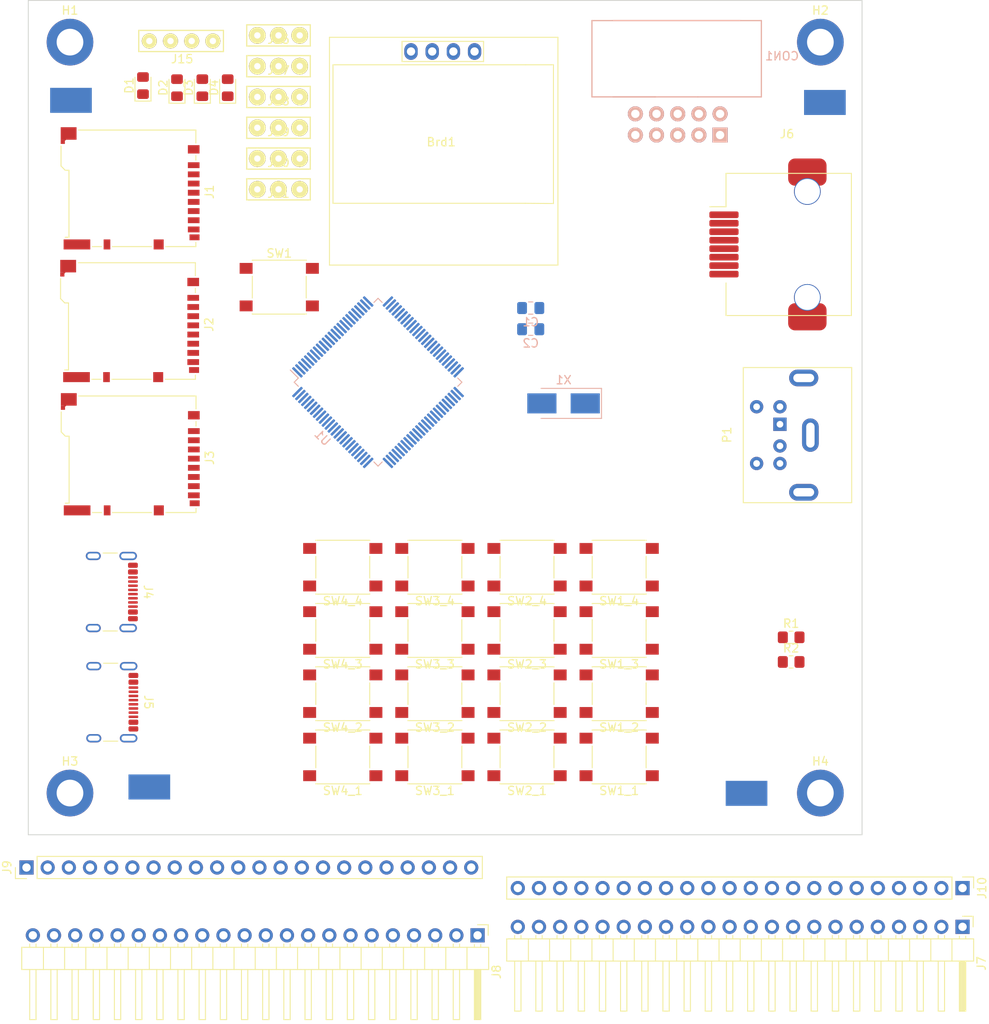
<source format=kicad_pcb>
(kicad_pcb (version 20240108) (generator "pcbnew") (generator_version "8.0")
  (layers (0 "F.Cu" signal) (31 "B.Cu" signal) (34 "B.Paste" user) (35 "F.Paste" user) (36 "B.SilkS" user "B.Silkscreen") (37 "F.SilkS" user "F.Silkscreen") (38 "B.Mask" user) (39 "F.Mask" user) (44 "Edge.Cuts" user))
  (net 0 "")
  (net 10 "Net-(U1-VSS-Pad10)")
  (net 12 "Net-(U1-PH0)")
  (net 13 "Net-(U1-PH1)")
  (net 96 "GND")
  (net 166 "Net-(J4-GND-PadA1)")
  (net 167 "Net-(J4-VBUS-PadA4)")
  (net 177 "Net-(J5-VBUS-PadA4)")
  (net 300 "Net-(D1-K)")
  (net 301 "Net-(D1-A)")
  (net 308 "/+3,3V")
  (net 309 "Net-(U1-NRST)")
  (footprint "password_manager_foots:RJ45_6339160-1_TE_Connectivity" (layer "F.Cu") (at 145.328 79.248)
    (property "Reference" "J6" (at -4.33 -13.24 0) (layer "F.SilkS"))
    (property "Value" "RJ45_Shielded")
    (pad "" np_thru_hole circle (at -1.89 -6.35) (size 3.2 3.2) (drill 3) (layers "F&B.Cu" "*.Mask"))
    (pad "" np_thru_hole circle (at -1.89 6.35) (size 3.2 3.2) (drill 3) (layers "F&B.Cu" "*.Mask"))
    (pad "1" smd roundrect (at -11.89 -3.556) (size 3.5 0.8) (layers "F.Cu" "F.Paste" "F.Mask"))
    (pad "2" smd roundrect (at -11.89 -2.54) (size 3.5 0.8) (layers "F.Cu" "F.Paste" "F.Mask"))
    (pad "3" smd roundrect (at -11.89 -1.524) (size 3.5 0.8) (layers "F.Cu" "F.Paste" "F.Mask"))
    (pad "4" smd roundrect (at -11.89 -0.508) (size 3.5 0.8) (layers "F.Cu" "F.Paste" "F.Mask"))
    (pad "5" smd roundrect (at -11.89 0.508) (size 3.5 0.8) (layers "F.Cu" "F.Paste" "F.Mask"))
    (pad "6" smd roundrect (at -11.89 1.524) (size 3.5 0.8) (layers "F.Cu" "F.Paste" "F.Mask"))
    (pad "7" smd roundrect (at -11.89 2.54) (size 3.5 0.8) (layers "F.Cu" "F.Paste" "F.Mask"))
    (pad "8" smd roundrect (at -11.89 3.556) (size 3.5 0.8) (layers "F.Cu" "F.Paste" "F.Mask"))
    (pad "SH" smd roundrect (at -1.89 -8.67) (size 4.6 3.26) (layers "F.Cu" "F.Paste" "F.Mask"))
    (pad "SH" smd roundrect (at -1.89 8.67) (size 4.6 3.26) (layers "F.Cu" "F.Paste" "F.Mask"))
  )
  (footprint "Connector_Card:microSD_HC_Hirose_DM3BT-DSF-PEJS" (layer "F.Cu") (at 62.155 88.422 -90)
    (property "Reference" "J2" (at 0.425 -9.525 90) (layer "F.SilkS"))
    (property "Value" "Micro_SD_Card_Det2")
    (pad "1" smd rect (at -2.775 -7.625 270) (size 0.7 1.4) (layers "F.Cu" "F.Paste" "F.Mask"))
    (pad "2" smd rect (at -1.675 -7.625 270) (size 0.7 1.4) (layers "F.Cu" "F.Paste" "F.Mask"))
    (pad "3" smd rect (at -0.575 -7.625 270) (size 0.7 1.4) (layers "F.Cu" "F.Paste" "F.Mask"))
    (pad "4" smd rect (at 0.525 -7.625 270) (size 0.7 1.4) (layers "F.Cu" "F.Paste" "F.Mask"))
    (pad "5" smd rect (at 1.625 -7.625 270) (size 0.7 1.4) (layers "F.Cu" "F.Paste" "F.Mask"))
    (pad "6" smd rect (at 2.725 -7.625 270) (size 0.7 1.4) (layers "F.Cu" "F.Paste" "F.Mask"))
    (pad "7" smd rect (at 3.825 -7.625 270) (size 0.7 1.4) (layers "F.Cu" "F.Paste" "F.Mask"))
    (pad "8" smd rect (at 4.925 -7.625 270) (size 0.7 1.4) (layers "F.Cu" "F.Paste" "F.Mask"))
    (pad "9" smd rect (at 5.875 -7.725 270) (size 0.7 1.2) (layers "F.Cu" "F.Paste" "F.Mask"))
    (pad "10" smd rect (at 6.725 2.775 270) (size 1.2 0.8) (layers "F.Cu" "F.Paste" "F.Mask"))
    (pad "11" smd rect (at -6.575 7.375 270) (size 1.5 1.9) (layers "F.Cu" "F.Paste" "F.Mask"))
    (pad "11" smd rect (at -5.825 7.825 315) (size 0.2 0.2) (layers "F.Cu" "F.Paste" "F.Mask"))
    (pad "11" smd rect (at -5.575 8.075 270) (size 0.5 0.5) (layers "F.Cu" "F.Paste" "F.Mask"))
    (pad "11" smd rect (at -4.675 -7.625 270) (size 1 1.4) (layers "F.Cu" "F.Paste" "F.Mask"))
    (pad "11" smd rect (at 6.725 -3.425 270) (size 1.2 1.2) (layers "F.Cu" "F.Paste" "F.Mask"))
    (pad "11" smd rect (at 6.725 6.375 270) (size 1.2 3.2) (layers "F.Cu" "F.Paste" "F.Mask"))
  )
  (footprint "Button_Switch_SMD:SW_Push_1P1T_NO_6x6mm_H9.5mm" (layer "F.Cu") (at 98.767 133.092 180)
    (property "Reference" "SW3_2" (at 0 -4.05 0) (layer "F.SilkS"))
    (property "Value" "SW_1")
    (pad "1" smd rect (at -3.975 -2.25 180) (size 1.55 1.3) (layers "F.Cu" "F.Paste" "F.Mask"))
    (pad "1" smd rect (at 3.975 -2.25 180) (size 1.55 1.3) (layers "F.Cu" "F.Paste" "F.Mask"))
    (pad "2" smd rect (at -3.975 2.25 180) (size 1.55 1.3) (layers "F.Cu" "F.Paste" "F.Mask"))
    (pad "2" smd rect (at 3.975 2.25 180) (size 1.55 1.3) (layers "F.Cu" "F.Paste" "F.Mask"))
  )
  (footprint "foots:128x64OLED" (layer "F.Cu") (at 99.522 66.722)
    (property "Reference" "Brd1" (at 0 0.254 0) (layer "F.SilkS"))
    (property "Value" "SSD1306")
    (pad "1" thru_hole oval (at -3.62 -10.6 90) (size 2 1.6) (drill 1) (layers "*.Cu" "*.Mask"))
    (pad "2" thru_hole oval (at -1.08 -10.6 90) (size 2 1.6) (drill 1) (layers "*.Cu" "*.Mask"))
    (pad "3" thru_hole oval (at 1.46 -10.6 90) (size 2 1.6) (drill 1) (layers "*.Cu" "*.Mask"))
    (pad "4" thru_hole oval (at 4 -10.6 90) (size 2 1.6) (drill 1) (layers "*.Cu" "*.Mask"))
  )
  (footprint "Button_Switch_SMD:SW_Push_1P1T_NO_6x6mm_H9.5mm" (layer "F.Cu") (at 109.817 125.512 180)
    (property "Reference" "SW2_3" (at 0 -4.05 0) (layer "F.SilkS"))
    (property "Value" "SW_1")
    (pad "1" smd rect (at -3.975 -2.25 180) (size 1.55 1.3) (layers "F.Cu" "F.Paste" "F.Mask"))
    (pad "1" smd rect (at 3.975 -2.25 180) (size 1.55 1.3) (layers "F.Cu" "F.Paste" "F.Mask"))
    (pad "2" smd rect (at -3.975 2.25 180) (size 1.55 1.3) (layers "F.Cu" "F.Paste" "F.Mask"))
    (pad "2" smd rect (at 3.975 2.25 180) (size 1.55 1.3) (layers "F.Cu" "F.Paste" "F.Mask"))
  )
  (footprint "Button_Switch_SMD:SW_Push_1P1T_NO_6x6mm_H9.5mm" (layer "F.Cu") (at 120.867 117.932 180)
    (property "Reference" "SW1_4" (at 0 -4.05 0) (layer "F.SilkS"))
    (property "Value" "SW_4")
    (pad "1" smd rect (at -3.975 -2.25 180) (size 1.55 1.3) (layers "F.Cu" "F.Paste" "F.Mask"))
    (pad "1" smd rect (at 3.975 -2.25 180) (size 1.55 1.3) (layers "F.Cu" "F.Paste" "F.Mask"))
    (pad "2" smd rect (at -3.975 2.25 180) (size 1.55 1.3) (layers "F.Cu" "F.Paste" "F.Mask"))
    (pad "2" smd rect (at 3.975 2.25 180) (size 1.55 1.3) (layers "F.Cu" "F.Paste" "F.Mask"))
  )
  (footprint "Connector_USB:USB_C_Receptacle_GCT_USB4105-xx-A_16P_TopMnt_Horizontal" (layer "F.Cu") (at 58.871 120.904 -90)
    (property "Reference" "J4" (at 0 -5.5 -90) (layer "F.SilkS"))
    (property "Value" "USB_C_Receptacle_USB2.0")
    (pad "" np_thru_hole circle (at -2.89 -2.605 270) (size 0.65 0.65) (drill 0.65) (layers "F&B.Cu" "*.Mask"))
    (pad "" np_thru_hole circle (at 2.89 -2.605 270) (size 0.65 0.65) (drill 0.65) (layers "F&B.Cu" "*.Mask"))
    (pad "A1" smd roundrect (at -3.2 -3.68 270) (size 0.6 1.15) (layers "F.Cu" "F.Paste" "F.Mask") (net 166 "Net-(J4-GND-PadA1)"))
    (pad "A4" smd roundrect (at -2.4 -3.68 270) (size 0.6 1.15) (layers "F.Cu" "F.Paste" "F.Mask") (net 167 "Net-(J4-VBUS-PadA4)"))
    (pad "A5" smd roundrect (at -1.25 -3.68 270) (size 0.3 1.15) (layers "F.Cu" "F.Paste" "F.Mask"))
    (pad "A6" smd roundrect (at -0.25 -3.68 270) (size 0.3 1.15) (layers "F.Cu" "F.Paste" "F.Mask"))
    (pad "A7" smd roundrect (at 0.25 -3.68 270) (size 0.3 1.15) (layers "F.Cu" "F.Paste" "F.Mask"))
    (pad "A8" smd roundrect (at 1.25 -3.68 270) (size 0.3 1.15) (layers "F.Cu" "F.Paste" "F.Mask"))
    (pad "A9" smd roundrect (at 2.4 -3.68 270) (size 0.6 1.15) (layers "F.Cu" "F.Paste" "F.Mask") (net 167 "Net-(J4-VBUS-PadA4)"))
    (pad "A12" smd roundrect (at 3.2 -3.68 270) (size 0.6 1.15) (layers "F.Cu" "F.Paste" "F.Mask") (net 166 "Net-(J4-GND-PadA1)"))
    (pad "B1" smd roundrect (at 3.2 -3.68 270) (size 0.6 1.15) (layers "F.Cu" "F.Paste" "F.Mask") (net 166 "Net-(J4-GND-PadA1)"))
    (pad "B4" smd roundrect (at 2.4 -3.68 270) (size 0.6 1.15) (layers "F.Cu" "F.Paste" "F.Mask") (net 167 "Net-(J4-VBUS-PadA4)"))
    (pad "B5" smd roundrect (at 1.75 -3.68 270) (size 0.3 1.15) (layers "F.Cu" "F.Paste" "F.Mask"))
    (pad "B6" smd roundrect (at 0.75 -3.68 270) (size 0.3 1.15) (layers "F.Cu" "F.Paste" "F.Mask"))
    (pad "B7" smd roundrect (at -0.75 -3.68 270) (size 0.3 1.15) (layers "F.Cu" "F.Paste" "F.Mask"))
    (pad "B8" smd roundrect (at -1.75 -3.68 270) (size 0.3 1.15) (layers "F.Cu" "F.Paste" "F.Mask"))
    (pad "B9" smd roundrect (at -2.4 -3.68 270) (size 0.6 1.15) (layers "F.Cu" "F.Paste" "F.Mask") (net 167 "Net-(J4-VBUS-PadA4)"))
    (pad "B12" smd roundrect (at -3.2 -3.68 270) (size 0.6 1.15) (layers "F.Cu" "F.Paste" "F.Mask") (net 166 "Net-(J4-GND-PadA1)"))
    (pad "S1" thru_hole oval (at -4.32 -3.105 270) (size 1 2.1) (drill oval 0.6 1.7) (layers "*.Cu" "*.Mask" "F.Paste"))
    (pad "S1" thru_hole oval (at -4.32 1.075 270) (size 1 1.8) (drill oval 0.6 1.4) (layers "*.Cu" "*.Mask" "F.Paste"))
    (pad "S1" thru_hole oval (at 4.32 -3.105 270) (size 1 2.1) (drill oval 0.6 1.7) (layers "*.Cu" "*.Mask" "F.Paste"))
    (pad "S1" thru_hole oval (at 4.32 1.075 270) (size 1 1.8) (drill oval 0.6 1.4) (layers "*.Cu" "*.Mask" "F.Paste"))
  )
  (footprint "MountingHole:MountingHole_3.2mm_M3_DIN965_Pad_TopBottom" (layer "F.Cu") (at 145 145)
    (property "Reference" "H4" (at 0 -3.8 0) (layer "F.SilkS"))
    (property "Value" "otwór")
    (pad "1" thru_hole circle (at 0 0) (size 3.6 3.6) (drill 3.2) (layers "*.Cu" "*.Mask") (net 96 "GND"))
    (pad "1" connect circle (at 0 0) (size 5.6 5.6) (layers "F.Cu" "F.Mask") (net 96 "GND"))
    (pad "1" connect circle (at 0 0) (size 5.6 5.6) (layers "B.Cu" "B.Mask") (net 96 "GND"))
  )
  (footprint "foots:3_PIN" (layer "F.Cu") (at 80.01 65.264)
    (property "Reference" "J19" (at 0 0.5 0) (layer "F.SilkS"))
    (property "Value" "test_pin")
    (pad "1" thru_hole circle (at -2.54 0) (size 2 2) (drill 0.762) (layers "*.Cu" "*.Mask" "F.SilkS"))
    (pad "2" thru_hole circle (at 0 0) (size 2 2) (drill 0.762) (layers "*.Cu" "*.Mask" "F.SilkS"))
    (pad "3" thru_hole circle (at 2.54 0) (size 2 2) (drill 0.762) (layers "*.Cu" "*.Mask" "F.SilkS"))
  )
  (footprint "Resistor_SMD:R_0805_2012Metric_Pad1.20x1.40mm_HandSolder" (layer "F.Cu") (at 141.494 129.286)
    (property "Reference" "R2" (at 0 -1.65 0) (layer "F.SilkS"))
    (property "Value" "10K")
    (pad "1" smd roundrect (at -1 0) (size 1.2 1.4) (layers "F.Cu" "F.Paste" "F.Mask") (roundrect_rratio 0.208333) (net 308 "/+3,3V"))
    (pad "2" smd roundrect (at 1 0) (size 1.2 1.4) (layers "F.Cu" "F.Paste" "F.Mask") (roundrect_rratio 0.208333) (net 309 "Net-(U1-NRST)"))
  )
  (footprint "Connector_USB:USB_C_Receptacle_GCT_USB4105-xx-A_16P_TopMnt_Horizontal" (layer "F.Cu") (at 58.928 134.112 -90)
    (property "Reference" "J5" (at 0 -5.5 -90) (layer "F.SilkS"))
    (property "Value" "zasilanie")
    (pad "" np_thru_hole circle (at -2.89 -2.605 270) (size 0.65 0.65) (drill 0.65) (layers "F&B.Cu" "*.Mask"))
    (pad "" np_thru_hole circle (at 2.89 -2.605 270) (size 0.65 0.65) (drill 0.65) (layers "F&B.Cu" "*.Mask"))
    (pad "A1" smd roundrect (at -3.2 -3.68 270) (size 0.6 1.15) (layers "F.Cu" "F.Paste" "F.Mask") (net 96 "GND"))
    (pad "A4" smd roundrect (at -2.4 -3.68 270) (size 0.6 1.15) (layers "F.Cu" "F.Paste" "F.Mask") (net 177 "Net-(J5-VBUS-PadA4)"))
    (pad "A5" smd roundrect (at -1.25 -3.68 270) (size 0.3 1.15) (layers "F.Cu" "F.Paste" "F.Mask"))
    (pad "A6" smd roundrect (at -0.25 -3.68 270) (size 0.3 1.15) (layers "F.Cu" "F.Paste" "F.Mask"))
    (pad "A7" smd roundrect (at 0.25 -3.68 270) (size 0.3 1.15) (layers "F.Cu" "F.Paste" "F.Mask"))
    (pad "A8" smd roundrect (at 1.25 -3.68 270) (size 0.3 1.15) (layers "F.Cu" "F.Paste" "F.Mask"))
    (pad "A9" smd roundrect (at 2.4 -3.68 270) (size 0.6 1.15) (layers "F.Cu" "F.Paste" "F.Mask") (net 177 "Net-(J5-VBUS-PadA4)"))
    (pad "A12" smd roundrect (at 3.2 -3.68 270) (size 0.6 1.15) (layers "F.Cu" "F.Paste" "F.Mask") (net 96 "GND"))
    (pad "B1" smd roundrect (at 3.2 -3.68 270) (size 0.6 1.15) (layers "F.Cu" "F.Paste" "F.Mask") (net 96 "GND"))
    (pad "B4" smd roundrect (at 2.4 -3.68 270) (size 0.6 1.15) (layers "F.Cu" "F.Paste" "F.Mask") (net 177 "Net-(J5-VBUS-PadA4)"))
    (pad "B5" smd roundrect (at 1.75 -3.68 270) (size 0.3 1.15) (layers "F.Cu" "F.Paste" "F.Mask"))
    (pad "B6" smd roundrect (at 0.75 -3.68 270) (size 0.3 1.15) (layers "F.Cu" "F.Paste" "F.Mask"))
    (pad "B7" smd roundrect (at -0.75 -3.68 270) (size 0.3 1.15) (layers "F.Cu" "F.Paste" "F.Mask"))
    (pad "B8" smd roundrect (at -1.75 -3.68 270) (size 0.3 1.15) (layers "F.Cu" "F.Paste" "F.Mask"))
    (pad "B9" smd roundrect (at -2.4 -3.68 270) (size 0.6 1.15) (layers "F.Cu" "F.Paste" "F.Mask") (net 177 "Net-(J5-VBUS-PadA4)"))
    (pad "B12" smd roundrect (at -3.2 -3.68 270) (size 0.6 1.15) (layers "F.Cu" "F.Paste" "F.Mask") (net 96 "GND"))
    (pad "S1" thru_hole oval (at -4.32 -3.105 270) (size 1 2.1) (drill oval 0.6 1.7) (layers "*.Cu" "*.Mask" "F.Paste") (net 96 "GND"))
    (pad "S1" thru_hole oval (at -4.32 1.075 270) (size 1 1.8) (drill oval 0.6 1.4) (layers "*.Cu" "*.Mask" "F.Paste") (net 96 "GND"))
    (pad "S1" thru_hole oval (at 4.32 -3.105 270) (size 1 2.1) (drill oval 0.6 1.7) (layers "*.Cu" "*.Mask" "F.Paste") (net 96 "GND"))
    (pad "S1" thru_hole oval (at 4.32 1.075 270) (size 1 1.8) (drill oval 0.6 1.4) (layers "*.Cu" "*.Mask" "F.Paste") (net 96 "GND"))
  )
  (footprint "Button_Switch_SMD:SW_Push_1P1T_NO_6x6mm_H9.5mm" (layer "F.Cu") (at 120.867 133.092 180)
    (property "Reference" "SW1_2" (at 0 -4.05 0) (layer "F.SilkS"))
    (property "Value" "SW_2")
    (pad "1" smd rect (at -3.975 -2.25 180) (size 1.55 1.3) (layers "F.Cu" "F.Paste" "F.Mask"))
    (pad "1" smd rect (at 3.975 -2.25 180) (size 1.55 1.3) (layers "F.Cu" "F.Paste" "F.Mask"))
    (pad "2" smd rect (at -3.975 2.25 180) (size 1.55 1.3) (layers "F.Cu" "F.Paste" "F.Mask"))
    (pad "2" smd rect (at 3.975 2.25 180) (size 1.55 1.3) (layers "F.Cu" "F.Paste" "F.Mask"))
  )
  (footprint "Connector_PinHeader_2.54mm:PinHeader_1x22_P2.54mm_Horizontal" (layer "F.Cu") (at 162.052 161.036 -90)
    (property "Reference" "J7" (at 4.385 -2.27 90) (layer "F.SilkS"))
    (property "Value" "Conn_01x22_Pin")
    (pad "1" thru_hole rect (at 0 0 270) (size 1.7 1.7) (drill 1) (layers "*.Cu" "*.Mask"))
    (pad "2" thru_hole oval (at 0 2.54 270) (size 1.7 1.7) (drill 1) (layers "*.Cu" "*.Mask"))
    (pad "3" thru_hole oval (at 0 5.08 270) (size 1.7 1.7) (drill 1) (layers "*.Cu" "*.Mask"))
    (pad "4" thru_hole oval (at 0 7.62 270) (size 1.7 1.7) (drill 1) (layers "*.Cu" "*.Mask"))
    (pad "5" thru_hole oval (at 0 10.16 270) (size 1.7 1.7) (drill 1) (layers "*.Cu" "*.Mask"))
    (pad "6" thru_hole oval (at 0 12.7 270) (size 1.7 1.7) (drill 1) (layers "*.Cu" "*.Mask"))
    (pad "7" thru_hole oval (at 0 15.24 270) (size 1.7 1.7) (drill 1) (layers "*.Cu" "*.Mask"))
    (pad "8" thru_hole oval (at 0 17.78 270) (size 1.7 1.7) (drill 1) (layers "*.Cu" "*.Mask"))
    (pad "9" thru_hole oval (at 0 20.32 270) (size 1.7 1.7) (drill 1) (layers "*.Cu" "*.Mask"))
    (pad "10" thru_hole oval (at 0 22.86 270) (size 1.7 1.7) (drill 1) (layers "*.Cu" "*.Mask"))
    (pad "11" thru_hole oval (at 0 25.4 270) (size 1.7 1.7) (drill 1) (layers "*.Cu" "*.Mask"))
    (pad "12" thru_hole oval (at 0 27.94 270) (size 1.7 1.7) (drill 1) (layers "*.Cu" "*.Mask"))
    (pad "13" thru_hole oval (at 0 30.48 270) (size 1.7 1.7) (drill 1) (layers "*.Cu" "*.Mask"))
    (pad "14" thru_hole oval (at 0 33.02 270) (size 1.7 1.7) (drill 1) (layers "*.Cu" "*.Mask"))
    (pad "15" thru_hole oval (at 0 35.56 270) (size 1.7 1.7) (drill 1) (layers "*.Cu" "*.Mask"))
    (pad "16" thru_hole oval (at 0 38.1 270) (size 1.7 1.7) (drill 1) (layers "*.Cu" "*.Mask"))
    (pad "17" thru_hole oval (at 0 40.64 270) (size 1.7 1.7) (drill 1) (layers "*.Cu" "*.Mask"))
    (pad "18" thru_hole oval (at 0 43.18 270) (size 1.7 1.7) (drill 1) (layers "*.Cu" "*.Mask"))
    (pad "19" thru_hole oval (at 0 45.72 270) (size 1.7 1.7) (drill 1) (layers "*.Cu" "*.Mask"))
    (pad "20" thru_hole oval (at 0 48.26 270) (size 1.7 1.7) (drill 1) (layers "*.Cu" "*.Mask"))
    (pad "21" thru_hole oval (at 0 50.8 270) (size 1.7 1.7) (drill 1) (layers "*.Cu" "*.Mask"))
    (pad "22" thru_hole oval (at 0 53.34 270) (size 1.7 1.7) (drill 1) (layers "*.Cu" "*.Mask"))
  )
  (footprint "Diode_SMD:D_0805_2012Metric_Pad1.15x1.40mm_HandSolder" (layer "F.Cu") (at 63.754 60.206999 90)
    (property "Reference" "D1" (at 0 -1.65 90) (layer "F.SilkS"))
    (property "Value" "LED_Small")
    (pad "1" smd roundrect (at -1.025 0 90) (size 1.15 1.4) (layers "F.Cu" "F.Paste" "F.Mask") (roundrect_rratio 0.217391) (net 300 "Net-(D1-K)"))
    (pad "2" smd roundrect (at 1.025 0 90) (size 1.15 1.4) (layers "F.Cu" "F.Paste" "F.Mask") (roundrect_rratio 0.217391) (net 301 "Net-(D1-A)"))
  )
  (footprint "foots:4_PIN" (layer "F.Cu") (at 68.326 54.864)
    (property "Reference" "J15" (at 0.127 2.159 0) (layer "F.SilkS"))
    (property "Value" "LEDS")
    (pad "1" thru_hole circle (at -3.81 0) (size 1.8 1.8) (drill 0.762) (layers "*.Cu" "*.Mask" "F.SilkS") (net 300 "Net-(D1-K)"))
    (pad "2" thru_hole circle (at -1.27 0) (size 1.8 1.8) (drill 0.762) (layers "*.Cu" "*.Mask" "F.SilkS"))
    (pad "3" thru_hole circle (at 1.27 0) (size 1.8 1.8) (drill 0.762) (layers "*.Cu" "*.Mask" "F.SilkS"))
    (pad "4" thru_hole circle (at 3.81 0) (size 1.8 1.8) (drill 0.762) (layers "*.Cu" "*.Mask" "F.SilkS"))
  )
  (footprint "Resistor_SMD:R_0805_2012Metric_Pad1.20x1.40mm_HandSolder" (layer "F.Cu") (at 141.494 126.336)
    (property "Reference" "R1" (at 0 -1.65 0) (layer "F.SilkS"))
    (property "Value" "R_Small")
    (pad "1" smd roundrect (at -1 0) (size 1.2 1.4) (layers "F.Cu" "F.Paste" "F.Mask") (roundrect_rratio 0.208333) (net 308 "/+3,3V"))
    (pad "2" smd roundrect (at 1 0) (size 1.2 1.4) (layers "F.Cu" "F.Paste" "F.Mask") (roundrect_rratio 0.208333) (net 301 "Net-(D1-A)"))
  )
  (footprint "Button_Switch_SMD:SW_Push_1P1T_NO_6x6mm_H9.5mm" (layer "F.Cu") (at 98.767 125.512 180)
    (property "Reference" "SW3_3" (at 0 -4.05 0) (layer "F.SilkS"))
    (property "Value" "SW_1")
    (pad "1" smd rect (at -3.975 -2.25 180) (size 1.55 1.3) (layers "F.Cu" "F.Paste" "F.Mask"))
    (pad "1" smd rect (at 3.975 -2.25 180) (size 1.55 1.3) (layers "F.Cu" "F.Paste" "F.Mask"))
    (pad "2" smd rect (at -3.975 2.25 180) (size 1.55 1.3) (layers "F.Cu" "F.Paste" "F.Mask"))
    (pad "2" smd rect (at 3.975 2.25 180) (size 1.55 1.3) (layers "F.Cu" "F.Paste" "F.Mask"))
  )
  (footprint "Button_Switch_SMD:SW_Push_1P1T_NO_6x6mm_H9.5mm" (layer "F.Cu") (at 109.817 140.672 180)
    (property "Reference" "SW2_1" (at 0 -4.05 0) (layer "F.SilkS"))
    (property "Value" "SW_1")
    (pad "1" smd rect (at -3.975 -2.25 180) (size 1.55 1.3) (layers "F.Cu" "F.Paste" "F.Mask"))
    (pad "1" smd rect (at 3.975 -2.25 180) (size 1.55 1.3) (layers "F.Cu" "F.Paste" "F.Mask"))
    (pad "2" smd rect (at -3.975 2.25 180) (size 1.55 1.3) (layers "F.Cu" "F.Paste" "F.Mask"))
    (pad "2" smd rect (at 3.975 2.25 180) (size 1.55 1.3) (layers "F.Cu" "F.Paste" "F.Mask"))
  )
  (footprint "foots:3_PIN" (layer "F.Cu") (at 80.01 57.884)
    (property "Reference" "J17" (at 0 0.5 0) (layer "F.SilkS"))
    (property "Value" "test_pin")
    (pad "1" thru_hole circle (at -2.54 0) (size 2 2) (drill 0.762) (layers "*.Cu" "*.Mask" "F.SilkS"))
    (pad "2" thru_hole circle (at 0 0) (size 2 2) (drill 0.762) (layers "*.Cu" "*.Mask" "F.SilkS"))
    (pad "3" thru_hole circle (at 2.54 0) (size 2 2) (drill 0.762) (layers "*.Cu" "*.Mask" "F.SilkS"))
  )
  (footprint "MountingHole:MountingHole_3.2mm_M3_DIN965_Pad_TopBottom" (layer "F.Cu") (at 55 55)
    (property "Reference" "H1" (at 0 -3.8 0) (layer "F.SilkS"))
    (property "Value" "otwór")
    (pad "1" thru_hole circle (at 0 0) (size 3.6 3.6) (drill 3.2) (layers "*.Cu" "*.Mask") (net 96 "GND"))
    (pad "1" connect circle (at 0 0) (size 5.6 5.6) (layers "F.Cu" "F.Mask") (net 96 "GND"))
    (pad "1" connect circle (at 0 0) (size 5.6 5.6) (layers "B.Cu" "B.Mask") (net 96 "GND"))
  )
  (footprint "Diode_SMD:D_0805_2012Metric_Pad1.15x1.40mm_HandSolder" (layer "F.Cu") (at 67.834 60.461 90)
    (property "Reference" "D2" (at 0 -1.65 90) (layer "F.SilkS"))
    (property "Value" "LED_Small")
    (pad "1" smd roundrect (at -1.025 0 90) (size 1.15 1.4) (layers "F.Cu" "F.Paste" "F.Mask") (roundrect_rratio 0.217391))
    (pad "2" smd roundrect (at 1.025 0 90) (size 1.15 1.4) (layers "F.Cu" "F.Paste" "F.Mask") (roundrect_rratio 0.217391))
  )
  (footprint "Button_Switch_SMD:SW_Push_1P1T_NO_6x6mm_H9.5mm" (layer "F.Cu") (at 98.767 117.932 180)
    (property "Reference" "SW3_4" (at 0 -4.05 0) (layer "F.SilkS"))
    (property "Value" "SW_1")
    (pad "1" smd rect (at -3.975 -2.25 180) (size 1.55 1.3) (layers "F.Cu" "F.Paste" "F.Mask"))
    (pad "1" smd rect (at 3.975 -2.25 180) (size 1.55 1.3) (layers "F.Cu" "F.Paste" "F.Mask"))
    (pad "2" smd rect (at -3.975 2.25 180) (size 1.55 1.3) (layers "F.Cu" "F.Paste" "F.Mask"))
    (pad "2" smd rect (at 3.975 2.25 180) (size 1.55 1.3) (layers "F.Cu" "F.Paste" "F.Mask"))
  )
  (footprint "Button_Switch_SMD:SW_Push_1P1T_NO_6x6mm_H9.5mm" (layer "F.Cu") (at 87.717 133.092 180)
    (property "Reference" "SW4_2" (at 0 -4.05 0) (layer "F.SilkS"))
    (property "Value" "SW_1")
    (pad "1" smd rect (at -3.975 -2.25 180) (size 1.55 1.3) (layers "F.Cu" "F.Paste" "F.Mask"))
    (pad "1" smd rect (at 3.975 -2.25 180) (size 1.55 1.3) (layers "F.Cu" "F.Paste" "F.Mask"))
    (pad "2" smd rect (at -3.975 2.25 180) (size 1.55 1.3) (layers "F.Cu" "F.Paste" "F.Mask"))
    (pad "2" smd rect (at 3.975 2.25 180) (size 1.55 1.3) (layers "F.Cu" "F.Paste" "F.Mask"))
  )
  (footprint "Button_Switch_SMD:SW_Push_1P1T_NO_6x6mm_H9.5mm" (layer "F.Cu") (at 80.099 84.364)
    (property "Reference" "SW1" (at 0 -4.05 0) (layer "F.SilkS"))
    (property "Value" "SW_Push")
    (pad "1" smd rect (at -3.975 -2.25) (size 1.55 1.3) (layers "F.Cu" "F.Paste" "F.Mask") (net 96 "GND"))
    (pad "1" smd rect (at 3.975 -2.25) (size 1.55 1.3) (layers "F.Cu" "F.Paste" "F.Mask") (net 96 "GND"))
    (pad "2" smd rect (at -3.975 2.25) (size 1.55 1.3) (layers "F.Cu" "F.Paste" "F.Mask") (net 309 "Net-(U1-NRST)"))
    (pad "2" smd rect (at 3.975 2.25) (size 1.55 1.3) (layers "F.Cu" "F.Paste" "F.Mask") (net 309 "Net-(U1-NRST)"))
  )
  (footprint "foots:3_PIN" (layer "F.Cu") (at 80.01 54.194)
    (property "Reference" "J16" (at 0 0.5 0) (layer "F.SilkS"))
    (property "Value" "test_pin")
    (pad "1" thru_hole circle (at -2.54 0) (size 2 2) (drill 0.762) (layers "*.Cu" "*.Mask" "F.SilkS"))
    (pad "2" thru_hole circle (at 0 0) (size 2 2) (drill 0.762) (layers "*.Cu" "*.Mask" "F.SilkS"))
    (pad "3" thru_hole circle (at 2.54 0) (size 2 2) (drill 0.762) (layers "*.Cu" "*.Mask" "F.SilkS"))
  )
  (footprint "Button_Switch_SMD:SW_Push_1P1T_NO_6x6mm_H9.5mm" (layer "F.Cu") (at 120.867 125.512 180)
    (property "Reference" "SW1_3" (at 0 -4.05 0) (layer "F.SilkS"))
    (property "Value" "SW_3")
    (pad "1" smd rect (at -3.975 -2.25 180) (size 1.55 1.3) (layers "F.Cu" "F.Paste" "F.Mask"))
    (pad "1" smd rect (at 3.975 -2.25 180) (size 1.55 1.3) (layers "F.Cu" "F.Paste" "F.Mask"))
    (pad "2" smd rect (at -3.975 2.25 180) (size 1.55 1.3) (layers "F.Cu" "F.Paste" "F.Mask"))
    (pad "2" smd rect (at 3.975 2.25 180) (size 1.55 1.3) (layers "F.Cu" "F.Paste" "F.Mask"))
  )
  (footprint "Button_Switch_SMD:SW_Push_1P1T_NO_6x6mm_H9.5mm" (layer "F.Cu") (at 87.717 125.512 180)
    (property "Reference" "SW4_3" (at 0 -4.05 0) (layer "F.SilkS"))
    (property "Value" "SW_1")
    (pad "1" smd rect (at -3.975 -2.25 180) (size 1.55 1.3) (layers "F.Cu" "F.Paste" "F.Mask"))
    (pad "1" smd rect (at 3.975 -2.25 180) (size 1.55 1.3) (layers "F.Cu" "F.Paste" "F.Mask"))
    (pad "2" smd rect (at -3.975 2.25 180) (size 1.55 1.3) (layers "F.Cu" "F.Paste" "F.Mask"))
    (pad "2" smd rect (at 3.975 2.25 180) (size 1.55 1.3) (layers "F.Cu" "F.Paste" "F.Mask"))
  )
  (footprint "Connector_Card:microSD_HC_Hirose_DM3BT-DSF-PEJS" (layer "F.Cu") (at 62.23 104.394 -90)
    (property "Reference" "J3" (at 0.425 -9.525 90) (layer "F.SilkS"))
    (property "Value" "Micro_SD_Card_Det2")
    (pad "1" smd rect (at -2.775 -7.625 270) (size 0.7 1.4) (layers "F.Cu" "F.Paste" "F.Mask"))
    (pad "2" smd rect (at -1.675 -7.625 270) (size 0.7 1.4) (layers "F.Cu" "F.Paste" "F.Mask"))
    (pad "3" smd rect (at -0.575 -7.625 270) (size 0.7 1.4) (layers "F.Cu" "F.Paste" "F.Mask"))
    (pad "4" smd rect (at 0.525 -7.625 270) (size 0.7 1.4) (layers "F.Cu" "F.Paste" "F.Mask"))
    (pad "5" smd rect (at 1.625 -7.625 270) (size 0.7 1.4) (layers "F.Cu" "F.Paste" "F.Mask"))
    (pad "6" smd rect (at 2.725 -7.625 270) (size 0.7 1.4) (layers "F.Cu" "F.Paste" "F.Mask"))
    (pad "7" smd rect (at 3.825 -7.625 270) (size 0.7 1.4) (layers "F.Cu" "F.Paste" "F.Mask"))
    (pad "8" smd rect (at 4.925 -7.625 270) (size 0.7 1.4) (layers "F.Cu" "F.Paste" "F.Mask"))
    (pad "9" smd rect (at 5.875 -7.725 270) (size 0.7 1.2) (layers "F.Cu" "F.Paste" "F.Mask"))
    (pad "10" smd rect (at 6.725 2.775 270) (size 1.2 0.8) (layers "F.Cu" "F.Paste" "F.Mask"))
    (pad "11" smd rect (at -6.575 7.375 270) (size 1.5 1.9) (layers "F.Cu" "F.Paste" "F.Mask"))
    (pad "11" smd rect (at -5.825 7.825 315) (size 0.2 0.2) (layers "F.Cu" "F.Paste" "F.Mask"))
    (pad "11" smd rect (at -5.575 8.075 270) (size 0.5 0.5) (layers "F.Cu" "F.Paste" "F.Mask"))
    (pad "11" smd rect (at -4.675 -7.625 270) (size 1 1.4) (layers "F.Cu" "F.Paste" "F.Mask"))
    (pad "11" smd rect (at 6.725 -3.425 270) (size 1.2 1.2) (layers "F.Cu" "F.Paste" "F.Mask"))
    (pad "11" smd rect (at 6.725 6.375 270) (size 1.2 3.2) (layers "F.Cu" "F.Paste" "F.Mask"))
  )
  (footprint "Connector_PinHeader_2.54mm:PinHeader_1x22_P2.54mm_Vertical" (layer "F.Cu") (at 49.784001 153.924 90)
    (property "Reference" "J9" (at 0 -2.33 90) (layer "F.SilkS"))
    (property "Value" "Conn_01x22_Pin")
    (pad "1" thru_hole rect (at 0 0 90) (size 1.7 1.7) (drill 1) (layers "*.Cu" "*.Mask"))
    (pad "2" thru_hole oval (at 0 2.54 90) (size 1.7 1.7) (drill 1) (layers "*.Cu" "*.Mask"))
    (pad "3" thru_hole oval (at 0 5.08 90) (size 1.7 1.7) (drill 1) (layers "*.Cu" "*.Mask"))
    (pad "4" thru_hole oval (at 0 7.62 90) (size 1.7 1.7) (drill 1) (layers "*.Cu" "*.Mask"))
    (pad "5" thru_hole oval (at 0 10.16 90) (size 1.7 1.7) (drill 1) (layers "*.Cu" "*.Mask"))
    (pad "6" thru_hole oval (at 0 12.7 90) (size 1.7 1.7) (drill 1) (layers "*.Cu" "*.Mask"))
    (pad "7" thru_hole oval (at 0 15.24 90) (size 1.7 1.7) (drill 1) (layers "*.Cu" "*.Mask"))
    (pad "8" thru_hole oval (at 0 17.78 90) (size 1.7 1.7) (drill 1) (layers "*.Cu" "*.Mask"))
    (pad "9" thru_hole oval (at 0 20.32 90) (size 1.7 1.7) (drill 1) (layers "*.Cu" "*.Mask"))
    (pad "10" thru_hole oval (at 0 22.86 90) (size 1.7 1.7) (drill 1) (layers "*.Cu" "*.Mask"))
    (pad "11" thru_hole oval (at 0 25.4 90) (size 1.7 1.7) (drill 1) (layers "*.Cu" "*.Mask"))
    (pad "12" thru_hole oval (at 0 27.94 90) (size 1.7 1.7) (drill 1) (layers "*.Cu" "*.Mask"))
    (pad "13" thru_hole oval (at 0 30.48 90) (size 1.7 1.7) (drill 1) (layers "*.Cu" "*.Mask"))
    (pad "14" thru_hole oval (at 0 33.02 90) (size 1.7 1.7) (drill 1) (layers "*.Cu" "*.Mask"))
    (pad "15" thru_hole oval (at 0 35.56 90) (size 1.7 1.7) (drill 1) (layers "*.Cu" "*.Mask"))
    (pad "16" thru_hole oval (at 0 38.1 90) (size 1.7 1.7) (drill 1) (layers "*.Cu" "*.Mask"))
    (pad "17" thru_hole oval (at 0 40.64 90) (size 1.7 1.7) (drill 1) (layers "*.Cu" "*.Mask"))
    (pad "18" thru_hole oval (at 0 43.18 90) (size 1.7 1.7) (drill 1) (layers "*.Cu" "*.Mask"))
    (pad "19" thru_hole oval (at 0 45.72 90) (size 1.7 1.7) (drill 1) (layers "*.Cu" "*.Mask"))
    (pad "20" thru_hole oval (at 0 48.26 90) (size 1.7 1.7) (drill 1) (layers "*.Cu" "*.Mask"))
    (pad "21" thru_hole oval (at 0 50.8 90) (size 1.7 1.7) (drill 1) (layers "*.Cu" "*.Mask"))
    (pad "22" thru_hole oval (at 0 53.34 90) (size 1.7 1.7) (drill 1) (layers "*.Cu" "*.Mask"))
  )
  (footprint "foots:3_PIN" (layer "F.Cu") (at 80.01 68.954)
    (property "Reference" "J20" (at 0 0.5 0) (layer "F.SilkS"))
    (property "Value" "test_pin")
    (pad "1" thru_hole circle (at -2.54 0) (size 2 2) (drill 0.762) (layers "*.Cu" "*.Mask" "F.SilkS"))
    (pad "2" thru_hole circle (at 0 0) (size 2 2) (drill 0.762) (layers "*.Cu" "*.Mask" "F.SilkS"))
    (pad "3" thru_hole circle (at 2.54 0) (size 2 2) (drill 0.762) (layers "*.Cu" "*.Mask" "F.SilkS"))
  )
  (footprint "Diode_SMD:D_0805_2012Metric_Pad1.15x1.40mm_HandSolder" (layer "F.Cu") (at 73.914 60.460999 90)
    (property "Reference" "D4" (at 0 -1.65 90) (layer "F.SilkS"))
    (property "Value" "LED_Small")
    (pad "1" smd roundrect (at -1.025 0 90) (size 1.15 1.4) (layers "F.Cu" "F.Paste" "F.Mask") (roundrect_rratio 0.217391))
    (pad "2" smd roundrect (at 1.025 0 90) (size 1.15 1.4) (layers "F.Cu" "F.Paste" "F.Mask") (roundrect_rratio 0.217391))
  )
  (footprint "Button_Switch_SMD:SW_Push_1P1T_NO_6x6mm_H9.5mm" (layer "F.Cu") (at 87.717 117.932 180)
    (property "Reference" "SW4_4" (at 0 -4.05 0) (layer "F.SilkS"))
    (property "Value" "SW_1")
    (pad "1" smd rect (at -3.975 -2.25 180) (size 1.55 1.3) (layers "F.Cu" "F.Paste" "F.Mask"))
    (pad "1" smd rect (at 3.975 -2.25 180) (size 1.55 1.3) (layers "F.Cu" "F.Paste" "F.Mask"))
    (pad "2" smd rect (at -3.975 2.25 180) (size 1.55 1.3) (layers "F.Cu" "F.Paste" "F.Mask"))
    (pad "2" smd rect (at 3.975 2.25 180) (size 1.55 1.3) (layers "F.Cu" "F.Paste" "F.Mask"))
  )
  (footprint "Button_Switch_SMD:SW_Push_1P1T_NO_6x6mm_H9.5mm" (layer "F.Cu") (at 120.867 140.672 180)
    (property "Reference" "SW1_1" (at 0 -4.05 0) (layer "F.SilkS"))
    (property "Value" "SW_1")
    (pad "1" smd rect (at -3.975 -2.25 180) (size 1.55 1.3) (layers "F.Cu" "F.Paste" "F.Mask"))
    (pad "1" smd rect (at 3.975 -2.25 180) (size 1.55 1.3) (layers "F.Cu" "F.Paste" "F.Mask"))
    (pad "2" smd rect (at -3.975 2.25 180) (size 1.55 1.3) (layers "F.Cu" "F.Paste" "F.Mask"))
    (pad "2" smd rect (at 3.975 2.25 180) (size 1.55 1.3) (layers "F.Cu" "F.Paste" "F.Mask"))
  )
  (footprint "foots:3_PIN" (layer "F.Cu") (at 80.01 61.574)
    (property "Reference" "J18" (at 0 0.5 0) (layer "F.SilkS"))
    (property "Value" "test_pin")
    (pad "1" thru_hole circle (at -2.54 0) (size 2 2) (drill 0.762) (layers "*.Cu" "*.Mask" "F.SilkS"))
    (pad "2" thru_hole circle (at 0 0) (size 2 2) (drill 0.762) (layers "*.Cu" "*.Mask" "F.SilkS"))
    (pad "3" thru_hole circle (at 2.54 0) (size 2 2) (drill 0.762) (layers "*.Cu" "*.Mask" "F.SilkS"))
  )
  (footprint "Connector_Card:microSD_HC_Hirose_DM3BT-DSF-PEJS" (layer "F.Cu") (at 62.211 72.523 -90)
    (property "Reference" "J1" (at 0.425 -9.525 90) (layer "F.SilkS"))
    (property "Value" "Micro_SD_Card_Det2")
    (pad "1" smd rect (at -2.775 -7.625 270) (size 0.7 1.4) (layers "F.Cu" "F.Paste" "F.Mask"))
    (pad "2" smd rect (at -1.675 -7.625 270) (size 0.7 1.4) (layers "F.Cu" "F.Paste" "F.Mask"))
    (pad "3" smd rect (at -0.575 -7.625 270) (size 0.7 1.4) (layers "F.Cu" "F.Paste" "F.Mask"))
    (pad "4" smd rect (at 0.525 -7.625 270) (size 0.7 1.4) (layers "F.Cu" "F.Paste" "F.Mask"))
    (pad "5" smd rect (at 1.625 -7.625 270) (size 0.7 1.4) (layers "F.Cu" "F.Paste" "F.Mask"))
    (pad "6" smd rect (at 2.725 -7.625 270) (size 0.7 1.4) (layers "F.Cu" "F.Paste" "F.Mask"))
    (pad "7" smd rect (at 3.825 -7.625 270) (size 0.7 1.4) (layers "F.Cu" "F.Paste" "F.Mask"))
    (pad "8" smd rect (at 4.925 -7.625 270) (size 0.7 1.4) (layers "F.Cu" "F.Paste" "F.Mask"))
    (pad "9" smd rect (at 5.875 -7.725 270) (size 0.7 1.2) (layers "F.Cu" "F.Paste" "F.Mask"))
    (pad "10" smd rect (at 6.725 2.775 270) (size 1.2 0.8) (layers "F.Cu" "F.Paste" "F.Mask"))
    (pad "11" smd rect (at -6.575 7.375 270) (size 1.5 1.9) (layers "F.Cu" "F.Paste" "F.Mask"))
    (pad "11" smd rect (at -5.825 7.825 315) (size 0.2 0.2) (layers "F.Cu" "F.Paste" "F.Mask"))
    (pad "11" smd rect (at -5.575 8.075 270) (size 0.5 0.5) (layers "F.Cu" "F.Paste" "F.Mask"))
    (pad "11" smd rect (at -4.675 -7.625 270) (size 1 1.4) (layers "F.Cu" "F.Paste" "F.Mask"))
    (pad "11" smd rect (at 6.725 -3.425 270) (size 1.2 1.2) (layers "F.Cu" "F.Paste" "F.Mask"))
    (pad "11" smd rect (at 6.725 6.375 270) (size 1.2 3.2) (layers "F.Cu" "F.Paste" "F.Mask"))
  )
  (footprint "foots:3_PIN" (layer "F.Cu") (at 80.01 72.644)
    (property "Reference" "J21" (at 0 0.5 0) (layer "F.SilkS"))
    (property "Value" "test_pin")
    (pad "1" thru_hole circle (at -2.54 0) (size 2 2) (drill 0.762) (layers "*.Cu" "*.Mask" "F.SilkS"))
    (pad "2" thru_hole circle (at 0 0) (size 2 2) (drill 0.762) (layers "*.Cu" "*.Mask" "F.SilkS"))
    (pad "3" thru_hole circle (at 2.54 0) (size 2 2) (drill 0.762) (layers "*.Cu" "*.Mask" "F.SilkS"))
  )
  (footprint "Button_Switch_SMD:SW_Push_1P1T_NO_6x6mm_H9.5mm" (layer "F.Cu") (at 87.717 140.672 180)
    (property "Reference" "SW4_1" (at 0 -4.05 0) (layer "F.SilkS"))
    (property "Value" "SW_1")
    (pad "1" smd rect (at -3.975 -2.25 180) (size 1.55 1.3) (layers "F.Cu" "F.Paste" "F.Mask"))
    (pad "1" smd rect (at 3.975 -2.25 180) (size 1.55 1.3) (layers "F.Cu" "F.Paste" "F.Mask"))
    (pad "2" smd rect (at -3.975 2.25 180) (size 1.55 1.3) (layers "F.Cu" "F.Paste" "F.Mask"))
    (pad "2" smd rect (at 3.975 2.25 180) (size 1.55 1.3) (layers "F.Cu" "F.Paste" "F.Mask"))
  )
  (footprint "Diode_SMD:D_0805_2012Metric_Pad1.15x1.40mm_HandSolder" (layer "F.Cu") (at 70.874 60.461 90)
    (property "Reference" "D3" (at 0 -1.65 90) (layer "F.SilkS"))
    (property "Value" "LED_Small")
    (pad "1" smd roundrect (at -1.025 0 90) (size 1.15 1.4) (layers "F.Cu" "F.Paste" "F.Mask") (roundrect_rratio 0.217391))
    (pad "2" smd roundrect (at 1.025 0 90) (size 1.15 1.4) (layers "F.Cu" "F.Paste" "F.Mask") (roundrect_rratio 0.217391))
  )
  (footprint "password_manager_foots:Connector_Mini-DIN_Female_6Pin_2rows" (layer "F.Cu") (at 140.152 100.8 90)
    (property "Reference" "P1" (at -1.27 -6.35 90) (layer "F.SilkS"))
    (property "Value" "PS/2")
    (pad "1" thru_hole rect (at 0 0 90) (size 1.6 1.6) (drill 0.8) (layers "*.Cu" "*.Mask"))
    (pad "2" thru_hole circle (at -2.6 0 90) (size 1.6 1.6) (drill 0.8) (layers "*.Cu" "*.Mask"))
    (pad "3" thru_hole circle (at 2.1 0 90) (size 1.6 1.6) (drill 0.8) (layers "*.Cu" "*.Mask"))
    (pad "4" thru_hole circle (at -4.7 0 90) (size 1.6 1.6) (drill 0.8) (layers "*.Cu" "*.Mask"))
    (pad "5" thru_hole circle (at 2.1 -2.8 90) (size 1.6 1.6) (drill 0.8) (layers "*.Cu" "*.Mask"))
    (pad "6" thru_hole circle (at -4.7 -2.8 90) (size 1.6 1.6) (drill 0.8) (layers "*.Cu" "*.Mask"))
    (pad "7" thru_hole oval (at -8.15 2.85 90) (size 2 3.5) (drill oval 1 2.5) (layers "*.Cu" "*.Mask"))
    (pad "7" thru_hole oval (at -1.3 3.65 90) (size 4 2) (drill oval 3 1) (layers "*.Cu" "*.Mask"))
    (pad "7" thru_hole oval (at 5.55 2.85 90) (size 2 3.5) (drill oval 1 2.5) (layers "*.Cu" "*.Mask"))
  )
  (footprint "MountingHole:MountingHole_3.2mm_M3_DIN965_Pad_TopBottom" (layer "F.Cu") (at 145 55)
    (property "Reference" "H2" (at 0 -3.8 0) (layer "F.SilkS"))
    (property "Value" "otwór")
    (pad "1" thru_hole circle (at 0 0) (size 3.6 3.6) (drill 3.2) (layers "*.Cu" "*.Mask") (net 96 "GND"))
    (pad "1" connect circle (at 0 0) (size 5.6 5.6) (layers "F.Cu" "F.Mask") (net 96 "GND"))
    (pad "1" connect circle (at 0 0) (size 5.6 5.6) (layers "B.Cu" "B.Mask") (net 96 "GND"))
  )
  (footprint "Button_Switch_SMD:SW_Push_1P1T_NO_6x6mm_H9.5mm" (layer "F.Cu") (at 98.767 140.672 180)
    (property "Reference" "SW3_1" (at 0 -4.05 0) (layer "F.SilkS"))
    (property "Value" "SW_1")
    (pad "1" smd rect (at -3.975 -2.25 180) (size 1.55 1.3) (layers "F.Cu" "F.Paste" "F.Mask"))
    (pad "1" smd rect (at 3.975 -2.25 180) (size 1.55 1.3) (layers "F.Cu" "F.Paste" "F.Mask"))
    (pad "2" smd rect (at -3.975 2.25 180) (size 1.55 1.3) (layers "F.Cu" "F.Paste" "F.Mask"))
    (pad "2" smd rect (at 3.975 2.25 180) (size 1.55 1.3) (layers "F.Cu" "F.Paste" "F.Mask"))
  )
  (footprint "Button_Switch_SMD:SW_Push_1P1T_NO_6x6mm_H9.5mm" (layer "F.Cu") (at 109.817 117.932 180)
    (property "Reference" "SW2_4" (at 0 -4.05 0) (layer "F.SilkS"))
    (property "Value" "SW_1")
    (pad "1" smd rect (at -3.975 -2.25 180) (size 1.55 1.3) (layers "F.Cu" "F.Paste" "F.Mask"))
    (pad "1" smd rect (at 3.975 -2.25 180) (size 1.55 1.3) (layers "F.Cu" "F.Paste" "F.Mask"))
    (pad "2" smd rect (at -3.975 2.25 180) (size 1.55 1.3) (layers "F.Cu" "F.Paste" "F.Mask"))
    (pad "2" smd rect (at 3.975 2.25 180) (size 1.55 1.3) (layers "F.Cu" "F.Paste" "F.Mask"))
  )
  (footprint "Button_Switch_SMD:SW_Push_1P1T_NO_6x6mm_H9.5mm" (layer "F.Cu") (at 109.817 133.092 180)
    (property "Reference" "SW2_2" (at 0 -4.05 0) (layer "F.SilkS"))
    (property "Value" "SW_1")
    (pad "1" smd rect (at -3.975 -2.25 180) (size 1.55 1.3) (layers "F.Cu" "F.Paste" "F.Mask"))
    (pad "1" smd rect (at 3.975 -2.25 180) (size 1.55 1.3) (layers "F.Cu" "F.Paste" "F.Mask"))
    (pad "2" smd rect (at -3.975 2.25 180) (size 1.55 1.3) (layers "F.Cu" "F.Paste" "F.Mask"))
    (pad "2" smd rect (at 3.975 2.25 180) (size 1.55 1.3) (layers "F.Cu" "F.Paste" "F.Mask"))
  )
  (footprint "MountingHole:MountingHole_3.2mm_M3_DIN965_Pad_TopBottom" (layer "F.Cu") (at 55 145)
    (property "Reference" "H3" (at 0 -3.8 0) (layer "F.SilkS"))
    (property "Value" "otwór")
    (pad "1" thru_hole circle (at 0 0) (size 3.6 3.6) (drill 3.2) (layers "*.Cu" "*.Mask") (net 96 "GND"))
    (pad "1" connect circle (at 0 0) (size 5.6 5.6) (layers "F.Cu" "F.Mask") (net 96 "GND"))
    (pad "1" connect circle (at 0 0) (size 5.6 5.6) (layers "B.Cu" "B.Mask") (net 96 "GND"))
  )
  (footprint "Connector_PinHeader_2.54mm:PinHeader_1x22_P2.54mm_Vertical" (layer "F.Cu") (at 162.052 156.386 -90)
    (property "Reference" "J10" (at 0 -2.33 90) (layer "F.SilkS"))
    (property "Value" "Conn_01x22_Pin")
    (pad "1" thru_hole rect (at 0 0 270) (size 1.7 1.7) (drill 1) (layers "*.Cu" "*.Mask"))
    (pad "2" thru_hole oval (at 0 2.54 270) (size 1.7 1.7) (drill 1) (layers "*.Cu" "*.Mask"))
    (pad "3" thru_hole oval (at 0 5.08 270) (size 1.7 1.7) (drill 1) (layers "*.Cu" "*.Mask"))
    (pad "4" thru_hole oval (at 0 7.62 270) (size 1.7 1.7) (drill 1) (layers "*.Cu" "*.Mask"))
    (pad "5" thru_hole oval (at 0 10.16 270) (size 1.7 1.7) (drill 1) (layers "*.Cu" "*.Mask"))
    (pad "6" thru_hole oval (at 0 12.7 270) (size 1.7 1.7) (drill 1) (layers "*.Cu" "*.Mask"))
    (pad "7" thru_hole oval (at 0 15.24 270) (size 1.7 1.7) (drill 1) (layers "*.Cu" "*.Mask"))
    (pad "8" thru_hole oval (at 0 17.78 270) (size 1.7 1.7) (drill 1) (layers "*.Cu" "*.Mask"))
    (pad "9" thru_hole oval (at 0 20.32 270) (size 1.7 1.7) (drill 1) (layers "*.Cu" "*.Mask"))
    (pad "10" thru_hole oval (at 0 22.86 270) (size 1.7 1.7) (drill 1) (layers "*.Cu" "*.Mask"))
    (pad "11" thru_hole oval (at 0 25.4 270) (size 1.7 1.7) (drill 1) (layers "*.Cu" "*.Mask"))
    (pad "12" thru_hole oval (at 0 27.94 270) (size 1.7 1.7) (drill 1) (layers "*.Cu" "*.Mask"))
    (pad "13" thru_hole oval (at 0 30.48 270) (size 1.7 1.7) (drill 1) (layers "*.Cu" "*.Mask"))
    (pad "14" thru_hole oval (at 0 33.02 270) (size 1.7 1.7) (drill 1) (layers "*.Cu" "*.Mask"))
    (pad "15" thru_hole oval (at 0 35.56 270) (size 1.7 1.7) (drill 1) (layers "*.Cu" "*.Mask"))
    (pad "16" thru_hole oval (at 0 38.1 270) (size 1.7 1.7) (drill 1) (layers "*.Cu" "*.Mask"))
    (pad "17" thru_hole oval (at 0 40.64 270) (size 1.7 1.7) (drill 1) (layers "*.Cu" "*.Mask"))
    (pad "18" thru_hole oval (at 0 43.18 270) (size 1.7 1.7) (drill 1) (layers "*.Cu" "*.Mask"))
    (pad "19" thru_hole oval (at 0 45.72 270) (size 1.7 1.7) (drill 1) (layers "*.Cu" "*.Mask"))
    (pad "20" thru_hole oval (at 0 48.26 270) (size 1.7 1.7) (drill 1) (layers "*.Cu" "*.Mask"))
    (pad "21" thru_hole oval (at 0 50.8 270) (size 1.7 1.7) (drill 1) (layers "*.Cu" "*.Mask"))
    (pad "22" thru_hole oval (at 0 53.34 270) (size 1.7 1.7) (drill 1) (layers "*.Cu" "*.Mask"))
  )
  (footprint "Connector_PinHeader_2.54mm:PinHeader_1x22_P2.54mm_Horizontal" (layer "F.Cu") (at 103.886 162.052 -90)
    (property "Reference" "J8" (at 4.385 -2.27 90) (layer "F.SilkS"))
    (property "Value" "Conn_01x22_Pin")
    (pad "1" thru_hole rect (at 0 0 270) (size 1.7 1.7) (drill 1) (layers "*.Cu" "*.Mask"))
    (pad "2" thru_hole oval (at 0 2.54 270) (size 1.7 1.7) (drill 1) (layers "*.Cu" "*.Mask"))
    (pad "3" thru_hole oval (at 0 5.08 270) (size 1.7 1.7) (drill 1) (layers "*.Cu" "*.Mask"))
    (pad "4" thru_hole oval (at 0 7.62 270) (size 1.7 1.7) (drill 1) (layers "*.Cu" "*.Mask"))
    (pad "5" thru_hole oval (at 0 10.16 270) (size 1.7 1.7) (drill 1) (layers "*.Cu" "*.Mask"))
    (pad "6" thru_hole oval (at 0 12.7 270) (size 1.7 1.7) (drill 1) (layers "*.Cu" "*.Mask"))
    (pad "7" thru_hole oval (at 0 15.24 270) (size 1.7 1.7) (drill 1) (layers "*.Cu" "*.Mask"))
    (pad "8" thru_hole oval (at 0 17.78 270) (size 1.7 1.7) (drill 1) (layers "*.Cu" "*.Mask"))
    (pad "9" thru_hole oval (at 0 20.32 270) (size 1.7 1.7) (drill 1) (layers "*.Cu" "*.Mask"))
    (pad "10" thru_hole oval (at 0 22.86 270) (size 1.7 1.7) (drill 1) (layers "*.Cu" "*.Mask"))
    (pad "11" thru_hole oval (at 0 25.4 270) (size 1.7 1.7) (drill 1) (layers "*.Cu" "*.Mask"))
    (pad "12" thru_hole oval (at 0 27.94 270) (size 1.7 1.7) (drill 1) (layers "*.Cu" "*.Mask"))
    (pad "13" thru_hole oval (at 0 30.48 270) (size 1.7 1.7) (drill 1) (layers "*.Cu" "*.Mask"))
    (pad "14" thru_hole oval (at 0 33.02 270) (size 1.7 1.7) (drill 1) (layers "*.Cu" "*.Mask"))
    (pad "15" thru_hole oval (at 0 35.56 270) (size 1.7 1.7) (drill 1) (layers "*.Cu" "*.Mask"))
    (pad "16" thru_hole oval (at 0 38.1 270) (size 1.7 1.7) (drill 1) (layers "*.Cu" "*.Mask"))
    (pad "17" thru_hole oval (at 0 40.64 270) (size 1.7 1.7) (drill 1) (layers "*.Cu" "*.Mask"))
    (pad "18" thru_hole oval (at 0 43.18 270) (size 1.7 1.7) (drill 1) (layers "*.Cu" "*.Mask"))
    (pad "19" thru_hole oval (at 0 45.72 270) (size 1.7 1.7) (drill 1) (layers "*.Cu" "*.Mask"))
    (pad "20" thru_hole oval (at 0 48.26 270) (size 1.7 1.7) (drill 1) (layers "*.Cu" "*.Mask"))
    (pad "21" thru_hole oval (at 0 50.8 270) (size 1.7 1.7) (drill 1) (layers "*.Cu" "*.Mask"))
    (pad "22" thru_hole oval (at 0 53.34 270) (size 1.7 1.7) (drill 1) (layers "*.Cu" "*.Mask"))
  )
  (footprint "Capacitor_SMD:C_0805_2012Metric_Pad1.18x1.45mm_HandSolder" (layer "B.Cu") (at 110.2575 89.41)
    (property "Reference" "C2" (at 0 1.68 0) (layer "B.SilkS") (effects (justify mirror)))
    (property "Value" "22pF")
    (pad "1" smd roundrect (at -1.0375 0) (size 1.175 1.45) (layers "B.Cu" "B.Paste" "B.Mask") (roundrect_rratio 0.212766) (net 13 "Net-(U1-PH1)"))
    (pad "2" smd roundrect (at 1.0375 0) (size 1.175 1.45) (layers "B.Cu" "B.Paste" "B.Mask") (roundrect_rratio 0.212766) (net 96 "GND"))
  )
  (footprint "foots:masa_pomiarowa" (layer "B.Cu") (at 136.144 145.034 180)
    (property "Reference" "J14" (hide yes))
    (property "Value" "masa_pomiarowa")
    (pad "1" smd rect (at 0 0 180) (size 5 3) (layers "B.Cu" "B.Paste" "B.Mask") (net 96 "GND"))
  )
  (footprint "foots:IDC-10_angled" (layer "B.Cu") (at 127.9525 64.802 180)
    (property "Reference" "CON1" (at -12.446 8.128 0) (layer "B.SilkS") (effects (justify mirror)))
    (property "Value" "ISP-10")
    (pad "1" thru_hole rect (at -5.0165 -1.3335 90) (size 1.8 1.8) (drill 1) (layers "*.Cu" "*.Mask" "B.SilkS"))
    (pad "2" thru_hole circle (at -5.0165 1.2065 90) (size 1.8 1.8) (drill 1) (layers "*.Cu" "*.Mask" "B.SilkS"))
    (pad "3" thru_hole circle (at -2.4765 -1.3335 90) (size 1.8 1.8) (drill 1) (layers "*.Cu" "*.Mask" "B.SilkS"))
    (pad "4" thru_hole circle (at -2.4765 1.2065 90) (size 1.8 1.8) (drill 1) (layers "*.Cu" "*.Mask" "B.SilkS"))
    (pad "5" thru_hole circle (at 0.0635 -1.3335 90) (size 1.8 1.8) (drill 1) (layers "*.Cu" "*.Mask" "B.SilkS"))
    (pad "6" thru_hole circle (at 0.0635 1.2065 90) (size 1.8 1.8) (drill 1) (layers "*.Cu" "*.Mask" "B.SilkS"))
    (pad "7" thru_hole circle (at 2.6035 -1.3335 90) (size 1.8 1.8) (drill 1) (layers "*.Cu" "*.Mask" "B.SilkS"))
    (pad "8" thru_hole circle (at 2.6035 1.2065 90) (size 1.8 1.8) (drill 1) (layers "*.Cu" "*.Mask" "B.SilkS"))
    (pad "9" thru_hole circle (at 5.1435 -1.3335 90) (size 1.8 1.8) (drill 1) (layers "*.Cu" "*.Mask" "B.SilkS"))
    (pad "10" thru_hole circle (at 5.1435 1.2065 90) (size 1.8 1.8) (drill 1) (layers "*.Cu" "*.Mask" "B.SilkS"))
  )
  (footprint "foots:masa_pomiarowa" (layer "B.Cu") (at 55.118 61.976 180)
    (property "Reference" "J11" (hide yes))
    (property "Value" "masa_pomiarowa")
    (pad "1" smd rect (at 0 0 180) (size 5 3) (layers "B.Cu" "B.Paste" "B.Mask") (net 96 "GND"))
  )
  (footprint "Package_QFP:LQFP-100_14x14mm_P0.5mm" (layer "B.Cu") (at 91.948 95.758 -45)
    (property "Reference" "U1" (at 0 9.42 135) (layer "B.SilkS") (effects (justify mirror)))
    (property "Value" "STM32H743VITx")
    (pad "1" smd roundrect (at -7.675 6 315) (size 1.6 0.3) (layers "B.Cu" "B.Paste" "B.Mask"))
    (pad "2" smd roundrect (at -7.675 5.5 315) (size 1.6 0.3) (layers "B.Cu" "B.Paste" "B.Mask"))
    (pad "3" smd roundrect (at -7.675 4.999999 315) (size 1.6 0.3) (layers "B.Cu" "B.Paste" "B.Mask"))
    (pad "4" smd roundrect (at -7.675 4.5 315) (size 1.6 0.3) (layers "B.Cu" "B.Paste" "B.Mask"))
    (pad "5" smd roundrect (at -7.675 4.000001 315) (size 1.6 0.3) (layers "B.Cu" "B.Paste" "B.Mask"))
    (pad "6" smd roundrect (at -7.675 3.5 315) (size 1.6 0.3) (layers "B.Cu" "B.Paste" "B.Mask"))
    (pad "7" smd roundrect (at -7.675 3 315) (size 1.6 0.3) (layers "B.Cu" "B.Paste" "B.Mask"))
    (pad "8" smd roundrect (at -7.675 2.499999 315) (size 1.6 0.3) (layers "B.Cu" "B.Paste" "B.Mask"))
    (pad "9" smd roundrect (at -7.675 2 315) (size 1.6 0.3) (layers "B.Cu" "B.Paste" "B.Mask"))
    (pad "10" smd roundrect (at -7.675 1.5 315) (size 1.6 0.3) (layers "B.Cu" "B.Paste" "B.Mask") (net 10 "Net-(U1-VSS-Pad10)"))
    (pad "11" smd roundrect (at -7.675 1 315) (size 1.6 0.3) (layers "B.Cu" "B.Paste" "B.Mask"))
    (pad "12" smd roundrect (at -7.675 0.5 315) (size 1.6 0.3) (layers "B.Cu" "B.Paste" "B.Mask") (net 12 "Net-(U1-PH0)"))
    (pad "13" smd roundrect (at -7.675001 0 315) (size 1.6 0.3) (layers "B.Cu" "B.Paste" "B.Mask") (net 13 "Net-(U1-PH1)"))
    (pad "14" smd roundrect (at -7.675 -0.5 315) (size 1.6 0.3) (layers "B.Cu" "B.Paste" "B.Mask") (net 309 "Net-(U1-NRST)"))
    (pad "15" smd roundrect (at -7.675 -1 315) (size 1.6 0.3) (layers "B.Cu" "B.Paste" "B.Mask"))
    (pad "16" smd roundrect (at -7.675 -1.5 315) (size 1.6 0.3) (layers "B.Cu" "B.Paste" "B.Mask"))
    (pad "17" smd roundrect (at -7.675 -2 315) (size 1.6 0.3) (layers "B.Cu" "B.Paste" "B.Mask"))
    (pad "18" smd roundrect (at -7.675 -2.499999 315) (size 1.6 0.3) (layers "B.Cu" "B.Paste" "B.Mask"))
    (pad "19" smd roundrect (at -7.675 -3 315) (size 1.6 0.3) (layers "B.Cu" "B.Paste" "B.Mask"))
    (pad "20" smd roundrect (at -7.675 -3.5 315) (size 1.6 0.3) (layers "B.Cu" "B.Paste" "B.Mask"))
    (pad "21" smd roundrect (at -7.675 -4.000001 315) (size 1.6 0.3) (layers "B.Cu" "B.Paste" "B.Mask"))
    (pad "22" smd roundrect (at -7.675 -4.5 315) (size 1.6 0.3) (layers "B.Cu" "B.Paste" "B.Mask"))
    (pad "23" smd roundrect (at -7.675 -4.999999 315) (size 1.6 0.3) (layers "B.Cu" "B.Paste" "B.Mask"))
    (pad "24" smd roundrect (at -7.675 -5.5 315) (size 1.6 0.3) (layers "B.Cu" "B.Paste" "B.Mask"))
    (pad "25" smd roundrect (at -7.675 -6 315) (size 1.6 0.3) (layers "B.Cu" "B.Paste" "B.Mask"))
    (pad "26" smd roundrect (at -6 -7.675 315) (size 0.3 1.6) (layers "B.Cu" "B.Paste" "B.Mask") (net 10 "Net-(U1-VSS-Pad10)"))
    (pad "27" smd roundrect (at -5.5 -7.675 315) (size 0.3 1.6) (layers "B.Cu" "B.Paste" "B.Mask"))
    (pad "28" smd roundrect (at -4.999999 -7.675 315) (size 0.3 1.6) (layers "B.Cu" "B.Paste" "B.Mask"))
    (pad "29" smd roundrect (at -4.5 -7.675 315) (size 0.3 1.6) (layers "B.Cu" "B.Paste" "B.Mask"))
    (pad "30" smd roundrect (at -4.000001 -7.675 315) (size 0.3 1.6) (layers "B.Cu" "B.Paste" "B.Mask"))
    (pad "31" smd roundrect (at -3.5 -7.675 315) (size 0.3 1.6) (layers "B.Cu" "B.Paste" "B.Mask"))
    (pad "32" smd roundrect (at -3 -7.675 315) (size 0.3 1.6) (layers "B.Cu" "B.Paste" "B.Mask"))
    (pad "33" smd roundrect (at -2.499999 -7.675 315) (size 0.3 1.6) (layers "B.Cu" "B.Paste" "B.Mask"))
    (pad "34" smd roundrect (at -2 -7.675 315) (size 0.3 1.6) (layers "B.Cu" "B.Paste" "B.Mask"))
    (pad "35" smd roundrect (at -1.5 -7.675 315) (size 0.3 1.6) (layers "B.Cu" "B.Paste" "B.Mask"))
    (pad "36" smd roundrect (at -1 -7.675 315) (size 0.3 1.6) (layers "B.Cu" "B.Paste" "B.Mask"))
    (pad "37" smd roundrect (at -0.5 -7.675 315) (size 0.3 1.6) (layers "B.Cu" "B.Paste" "B.Mask"))
    (pad "38" smd roundrect (at 0 -7.675001 315) (size 0.3 1.6) (layers "B.Cu" "B.Paste" "B.Mask"))
    (pad "39" smd roundrect (at 0.5 -7.675 315) (size 0.3 1.6) (layers "B.Cu" "B.Paste" "B.Mask"))
    (pad "40" smd roundrect (at 1 -7.675 315) (size 0.3 1.6) (layers "B.Cu" "B.Paste" "B.Mask"))
    (pad "41" smd roundrect (at 1.5 -7.675 315) (size 0.3 1.6) (layers "B.Cu" "B.Paste" "B.Mask"))
    (pad "42" smd roundrect (at 2 -7.675 315) (size 0.3 1.6) (layers "B.Cu" "B.Paste" "B.Mask"))
    (pad "43" smd roundrect (at 2.499999 -7.675 315) (size 0.3 1.6) (layers "B.Cu" "B.Paste" "B.Mask"))
    (pad "44" smd roundrect (at 3 -7.675 315) (size 0.3 1.6) (layers "B.Cu" "B.Paste" "B.Mask"))
    (pad "45" smd roundrect (at 3.5 -7.675 315) (size 0.3 1.6) (layers "B.Cu" "B.Paste" "B.Mask"))
    (pad "46" smd roundrect (at 4.000001 -7.675 315) (size 0.3 1.6) (layers "B.Cu" "B.Paste" "B.Mask"))
    (pad "47" smd roundrect (at 4.5 -7.675 315) (size 0.3 1.6) (layers "B.Cu" "B.Paste" "B.Mask"))
    (pad "48" smd roundrect (at 4.999999 -7.675 315) (size 0.3 1.6) (layers "B.Cu" "B.Paste" "B.Mask"))
    (pad "49" smd roundrect (at 5.5 -7.675 315) (size 0.3 1.6) (layers "B.Cu" "B.Paste" "B.Mask") (net 10 "Net-(U1-VSS-Pad10)"))
    (pad "50" smd roundrect (at 6 -7.675 315) (size 0.3 1.6) (layers "B.Cu" "B.Paste" "B.Mask"))
    (pad "51" smd roundrect (at 7.675 -6 315) (size 1.6 0.3) (layers "B.Cu" "B.Paste" "B.Mask"))
    (pad "52" smd roundrect (at 7.675 -5.5 315) (size 1.6 0.3) (layers "B.Cu" "B.Paste" "B.Mask"))
    (pad "53" smd roundrect (at 7.675 -4.999999 315) (size 1.6 0.3) (layers "B.Cu" "B.Paste" "B.Mask"))
    (pad "54" smd roundrect (at 7.675 -4.5 315) (size 1.6 0.3) (layers "B.Cu" "B.Paste" "B.Mask"))
    (pad "55" smd roundrect (at 7.675 -4.000001 315) (size 1.6 0.3) (layers "B.Cu" "B.Paste" "B.Mask"))
    (pad "56" smd roundrect (at 7.675 -3.5 315) (size 1.6 0.3) (layers "B.Cu" "B.Paste" "B.Mask"))
    (pad "57" smd roundrect (at 7.675 -3 315) (size 1.6 0.3) (layers "B.Cu" "B.Paste" "B.Mask"))
    (pad "58" smd roundrect (at 7.675 -2.499999 315) (size 1.6 0.3) (layers "B.Cu" "B.Paste" "B.Mask"))
    (pad "59" smd roundrect (at 7.675 -2 315) (size 1.6 0.3) (layers "B.Cu" "B.Paste" "B.Mask"))
    (pad "60" smd roundrect (at 7.675 -1.5 315) (size 1.6 0.3) (layers "B.Cu" "B.Paste" "B.Mask"))
    (pad "61" smd roundrect (at 7.675 -1 315) (size 1.6 0.3) (layers "B.Cu" "B.Paste" "B.Mask"))
    (pad "62" smd roundrect (at 7.675 -0.5 315) (size 1.6 0.3) (layers "B.Cu" "B.Paste" "B.Mask"))
    (pad "63" smd roundrect (at 7.675001 0 315) (size 1.6 0.3) (layers "B.Cu" "B.Paste" "B.Mask"))
    (pad "64" smd roundrect (at 7.675 0.5 315) (size 1.6 0.3) (layers "B.Cu" "B.Paste" "B.Mask"))
    (pad "65" smd roundrect (at 7.675 1 315) (size 1.6 0.3) (layers "B.Cu" "B.Paste" "B.Mask"))
    (pad "66" smd roundrect (at 7.675 1.5 315) (size 1.6 0.3) (layers "B.Cu" "B.Paste" "B.Mask"))
    (pad "67" smd roundrect (at 7.675 2 315) (size 1.6 0.3) (layers "B.Cu" "B.Paste" "B.Mask"))
    (pad "68" smd roundrect (at 7.675 2.499999 315) (size 1.6 0.3) (layers "B.Cu" "B.Paste" "B.Mask"))
    (pad "69" smd roundrect (at 7.675 3 315) (size 1.6 0.3) (layers "B.Cu" "B.Paste" "B.Mask"))
    (pad "70" smd roundrect (at 7.675 3.5 315) (size 1.6 0.3) (layers "B.Cu" "B.Paste" "B.Mask"))
    (pad "71" smd roundrect (at 7.675 4.000001 315) (size 1.6 0.3) (layers "B.Cu" "B.Paste" "B.Mask"))
    (pad "72" smd roundrect (at 7.675 4.5 315) (size 1.6 0.3) (layers "B.Cu" "B.Paste" "B.Mask"))
    (pad "73" smd roundrect (at 7.675 4.999999 315) (size 1.6 0.3) (layers "B.Cu" "B.Paste" "B.Mask"))
    (pad "74" smd roundrect (at 7.675 5.5 315) (size 1.6 0.3) (layers "B.Cu" "B.Paste" "B.Mask") (net 10 "Net-(U1-VSS-Pad10)"))
    (pad "75" smd roundrect (at 7.675 6 315) (size 1.6 0.3) (layers "B.Cu" "B.Paste" "B.Mask"))
    (pad "76" smd roundrect (at 6 7.675 315) (size 0.3 1.6) (layers "B.Cu" "B.Paste" "B.Mask"))
    (pad "77" smd roundrect (at 5.5 7.675 315) (size 0.3 1.6) (layers "B.Cu" "B.Paste" "B.Mask"))
    (pad "78" smd roundrect (at 4.999999 7.675 315) (size 0.3 1.6) (layers "B.Cu" "B.Paste" "B.Mask"))
    (pad "79" smd roundrect (at 4.5 7.675 315) (size 0.3 1.6) (layers "B.Cu" "B.Paste" "B.Mask"))
    (pad "80" smd roundrect (at 4.000001 7.675 315) (size 0.3 1.6) (layers "B.Cu" "B.Paste" "B.Mask"))
    (pad "81" smd roundrect (at 3.5 7.675 315) (size 0.3 1.6) (layers "B.Cu" "B.Paste" "B.Mask"))
    (pad "82" smd roundrect (at 3 7.675 315) (size 0.3 1.6) (layers "B.Cu" "B.Paste" "B.Mask"))
    (pad "83" smd roundrect (at 2.499999 7.675 315) (size 0.3 1.6) (layers "B.Cu" "B.Paste" "B.Mask"))
    (pad "84" smd roundrect (at 2 7.675 315) (size 0.3 1.6) (layers "B.Cu" "B.Paste" "B.Mask"))
    (pad "85" smd roundrect (at 1.5 7.675 315) (size 0.3 1.6) (layers "B.Cu" "B.Paste" "B.Mask"))
    (pad "86" smd roundrect (at 1 7.675 315) (size 0.3 1.6) (layers "B.Cu" "B.Paste" "B.Mask"))
    (pad "87" smd roundrect (at 0.5 7.675 315) (size 0.3 1.6) (layers "B.Cu" "B.Paste" "B.Mask"))
    (pad "88" smd roundrect (at 0 7.675001 315) (size 0.3 1.6) (layers "B.Cu" "B.Paste" "B.Mask"))
    (pad "89" smd roundrect (at -0.5 7.675 315) (size 0.3 1.6) (layers "B.Cu" "B.Paste" "B.Mask"))
    (pad "90" smd roundrect (at -1 7.675 315) (size 0.3 1.6) (layers "B.Cu" "B.Paste" "B.Mask"))
    (pad "91" smd roundrect (at -1.5 7.675 315) (size 0.3 1.6) (layers "B.Cu" "B.Paste" "B.Mask"))
    (pad "92" smd roundrect (at -2 7.675 315) (size 0.3 1.6) (layers "B.Cu" "B.Paste" "B.Mask"))
    (pad "93" smd roundrect (at -2.499999 7.675 315) (size 0.3 1.6) (layers "B.Cu" "B.Paste" "B.Mask"))
    (pad "94" smd roundrect (at -3 7.675 315) (size 0.3 1.6) (layers "B.Cu" "B.Paste" "B.Mask"))
    (pad "95" smd roundrect (at -3.5 7.675 315) (size 0.3 1.6) (layers "B.Cu" "B.Paste" "B.Mask"))
    (pad "96" smd roundrect (at -4.000001 7.675 315) (size 0.3 1.6) (layers "B.Cu" "B.Paste" "B.Mask"))
    (pad "97" smd roundrect (at -4.5 7.675 315) (size 0.3 1.6) (layers "B.Cu" "B.Paste" "B.Mask"))
    (pad "98" smd roundrect (at -4.999999 7.675 315) (size 0.3 1.6) (layers "B.Cu" "B.Paste" "B.Mask"))
    (pad "99" smd roundrect (at -5.5 7.675 315) (size 0.3 1.6) (layers "B.Cu" "B.Paste" "B.Mask") (net 10 "Net-(U1-VSS-Pad10)"))
    (pad "100" smd roundrect (at -6 7.675 315) (size 0.3 1.6) (layers "B.Cu" "B.Paste" "B.Mask"))
  )
  (footprint "foots:masa_pomiarowa" (layer "B.Cu") (at 145.542 62.23 180)
    (property "Reference" "J13" (hide yes))
    (property "Value" "masa_pomiarowa")
    (pad "1" smd rect (at 0 0 180) (size 5 3) (layers "B.Cu" "B.Paste" "B.Mask") (net 96 "GND"))
  )
  (footprint "Crystal:Crystal_SMD_5032-2Pin_5.0x3.2mm_HandSoldering" (layer "B.Cu") (at 114.197166 98.298 180)
    (property "Reference" "X1" (at 0 2.8 0) (layer "B.SilkS") (effects (justify mirror)))
    (property "Value" "25MHz")
    (pad "1" smd rect (at -2.6 0 180) (size 3.5 2.4) (layers "B.Cu" "B.Paste" "B.Mask") (net 13 "Net-(U1-PH1)"))
    (pad "2" smd rect (at 2.6 0 180) (size 3.5 2.4) (layers "B.Cu" "B.Paste" "B.Mask") (net 12 "Net-(U1-PH0)"))
  )
  (footprint "Capacitor_SMD:C_0805_2012Metric_Pad1.18x1.45mm_HandSolder" (layer "B.Cu") (at 110.2575 86.87)
    (property "Reference" "C1" (at 0 1.68 0) (layer "B.SilkS") (effects (justify mirror)))
    (property "Value" "22pF")
    (pad "1" smd roundrect (at -1.0375 0) (size 1.175 1.45) (layers "B.Cu" "B.Paste" "B.Mask") (roundrect_rratio 0.212766) (net 13 "Net-(U1-PH1)"))
    (pad "2" smd roundrect (at 1.0375 0) (size 1.175 1.45) (layers "B.Cu" "B.Paste" "B.Mask") (roundrect_rratio 0.212766) (net 96 "GND"))
  )
  (footprint "foots:masa_pomiarowa" (layer "B.Cu") (at 64.516 144.272 180)
    (property "Reference" "J12" (hide yes))
    (property "Value" "masa_pomiarowa")
    (pad "1" smd rect (at 0 0 180) (size 5 3) (layers "B.Cu" "B.Paste" "B.Mask") (net 96 "GND"))
  )
  (gr_line (start 150 50) (end 150 150) (stroke (width 0.1)) (layer "Edge.Cuts"))
  (gr_line (start 50 150) (end 50 50) (stroke (width 0.1)) (layer "Edge.Cuts"))
  (gr_line (start 150 150) (end 50 150) (stroke (width 0.1)) (layer "Edge.Cuts"))
  (gr_line (start 50 50) (end 150 50) (stroke (width 0.1)) (layer "Edge.Cuts"))
)
</source>
